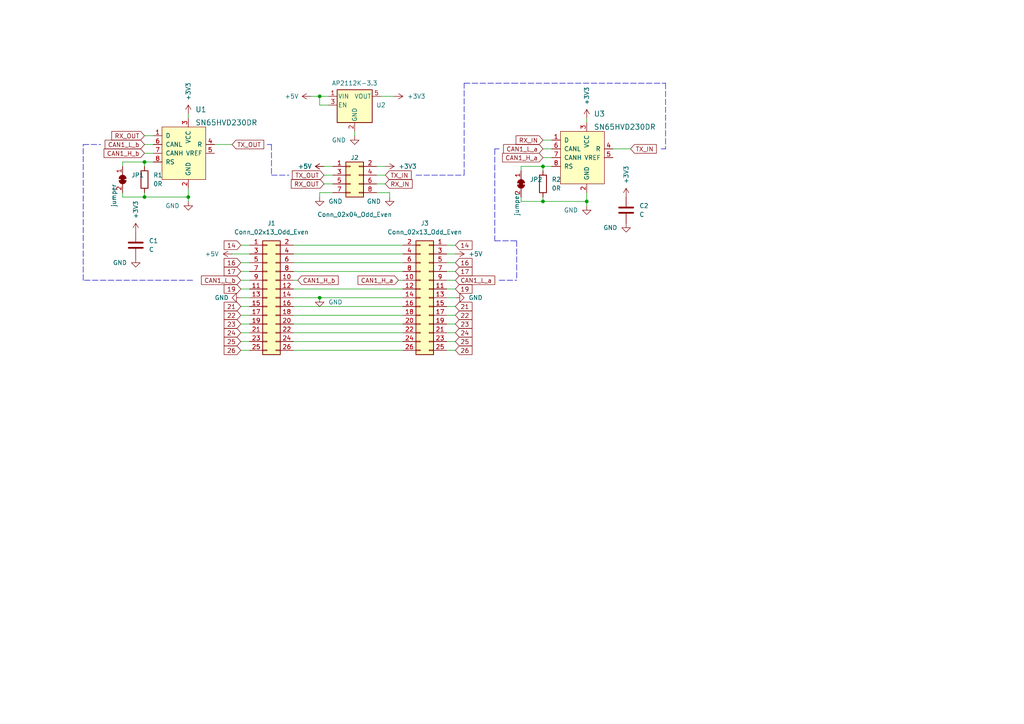
<source format=kicad_sch>
(kicad_sch (version 20211123) (generator eeschema)
  (paper "A4")
  (lib_symbols
    (symbol "Connector_Generic:Conn_02x04_Odd_Even" (pin_names (offset 1.016) hide)
      (property "Reference" "J" (at 1.27 5.08 0))
      (property "Value" "Conn_02x04_Odd_Even" (at 1.27 -7.62 0))
      (symbol "Conn_02x04_Odd_Even_1_1"
        (rectangle (start -1.27 -4.953) (end 0 -5.207) (stroke (width 0.1524)))
        (rectangle (start -1.27 -2.413) (end 0 -2.667) (stroke (width 0.1524)))
        (rectangle (start -1.27 0.127) (end 0 -0.127) (stroke (width 0.1524)))
        (rectangle (start -1.27 2.667) (end 0 2.413) (stroke (width 0.1524)))
        (rectangle (start -1.27 3.81) (end 3.81 -6.35) (stroke (width 0.254)) (fill (type background)))
        (rectangle (start 3.81 -4.953) (end 2.54 -5.207) (stroke (width 0.1524)))
        (rectangle (start 3.81 -2.413) (end 2.54 -2.667) (stroke (width 0.1524)))
        (rectangle (start 3.81 0.127) (end 2.54 -0.127) (stroke (width 0.1524)))
        (rectangle (start 3.81 2.667) (end 2.54 2.413) (stroke (width 0.1524)))
        (pin passive line (at -5.08 2.54 0) (length 3.81) (name "Pin_1") (number "1"))
        (pin passive line (at 7.62 2.54 180) (length 3.81) (name "Pin_2") (number "2"))
        (pin passive line (at -5.08 0 0) (length 3.81) (name "Pin_3") (number "3"))
        (pin passive line (at 7.62 0 180) (length 3.81) (name "Pin_4") (number "4"))
        (pin passive line (at -5.08 -2.54 0) (length 3.81) (name "Pin_5") (number "5"))
        (pin passive line (at 7.62 -2.54 180) (length 3.81) (name "Pin_6") (number "6"))
        (pin passive line (at -5.08 -5.08 0) (length 3.81) (name "Pin_7") (number "7"))
        (pin passive line (at 7.62 -5.08 180) (length 3.81) (name "Pin_8") (number "8"))
      )
    )
    (symbol "Connector_Generic:Conn_02x13_Odd_Even" (pin_names (offset 1.016) hide)
      (property "Reference" "J" (at 1.27 17.78 0))
      (property "Value" "Conn_02x13_Odd_Even" (at 1.27 -17.78 0))
      (symbol "Conn_02x13_Odd_Even_1_1"
        (rectangle (start -1.27 -15.113) (end 0 -15.367) (stroke (width 0.1524)))
        (rectangle (start -1.27 -12.573) (end 0 -12.827) (stroke (width 0.1524)))
        (rectangle (start -1.27 -10.033) (end 0 -10.287) (stroke (width 0.1524)))
        (rectangle (start -1.27 -7.493) (end 0 -7.747) (stroke (width 0.1524)))
        (rectangle (start -1.27 -4.953) (end 0 -5.207) (stroke (width 0.1524)))
        (rectangle (start -1.27 -2.413) (end 0 -2.667) (stroke (width 0.1524)))
        (rectangle (start -1.27 0.127) (end 0 -0.127) (stroke (width 0.1524)))
        (rectangle (start -1.27 2.667) (end 0 2.413) (stroke (width 0.1524)))
        (rectangle (start -1.27 5.207) (end 0 4.953) (stroke (width 0.1524)))
        (rectangle (start -1.27 7.747) (end 0 7.493) (stroke (width 0.1524)))
        (rectangle (start -1.27 10.287) (end 0 10.033) (stroke (width 0.1524)))
        (rectangle (start -1.27 12.827) (end 0 12.573) (stroke (width 0.1524)))
        (rectangle (start -1.27 15.367) (end 0 15.113) (stroke (width 0.1524)))
        (rectangle (start -1.27 16.51) (end 3.81 -16.51) (stroke (width 0.254)) (fill (type background)))
        (rectangle (start 3.81 -15.113) (end 2.54 -15.367) (stroke (width 0.1524)))
        (rectangle (start 3.81 -12.573) (end 2.54 -12.827) (stroke (width 0.1524)))
        (rectangle (start 3.81 -10.033) (end 2.54 -10.287) (stroke (width 0.1524)))
        (rectangle (start 3.81 -7.493) (end 2.54 -7.747) (stroke (width 0.1524)))
        (rectangle (start 3.81 -4.953) (end 2.54 -5.207) (stroke (width 0.1524)))
        (rectangle (start 3.81 -2.413) (end 2.54 -2.667) (stroke (width 0.1524)))
        (rectangle (start 3.81 0.127) (end 2.54 -0.127) (stroke (width 0.1524)))
        (rectangle (start 3.81 2.667) (end 2.54 2.413) (stroke (width 0.1524)))
        (rectangle (start 3.81 5.207) (end 2.54 4.953) (stroke (width 0.1524)))
        (rectangle (start 3.81 7.747) (end 2.54 7.493) (stroke (width 0.1524)))
        (rectangle (start 3.81 10.287) (end 2.54 10.033) (stroke (width 0.1524)))
        (rectangle (start 3.81 12.827) (end 2.54 12.573) (stroke (width 0.1524)))
        (rectangle (start 3.81 15.367) (end 2.54 15.113) (stroke (width 0.1524)))
        (pin passive line (at -5.08 15.24 0) (length 3.81) (name "Pin_1") (number "1"))
        (pin passive line (at 7.62 5.08 180) (length 3.81) (name "Pin_10") (number "10"))
        (pin passive line (at -5.08 2.54 0) (length 3.81) (name "Pin_11") (number "11"))
        (pin passive line (at 7.62 2.54 180) (length 3.81) (name "Pin_12") (number "12"))
        (pin passive line (at -5.08 0 0) (length 3.81) (name "Pin_13") (number "13"))
        (pin passive line (at 7.62 0 180) (length 3.81) (name "Pin_14") (number "14"))
        (pin passive line (at -5.08 -2.54 0) (length 3.81) (name "Pin_15") (number "15"))
        (pin passive line (at 7.62 -2.54 180) (length 3.81) (name "Pin_16") (number "16"))
        (pin passive line (at -5.08 -5.08 0) (length 3.81) (name "Pin_17") (number "17"))
        (pin passive line (at 7.62 -5.08 180) (length 3.81) (name "Pin_18") (number "18"))
        (pin passive line (at -5.08 -7.62 0) (length 3.81) (name "Pin_19") (number "19"))
        (pin passive line (at 7.62 15.24 180) (length 3.81) (name "Pin_2") (number "2"))
        (pin passive line (at 7.62 -7.62 180) (length 3.81) (name "Pin_20") (number "20"))
        (pin passive line (at -5.08 -10.16 0) (length 3.81) (name "Pin_21") (number "21"))
        (pin passive line (at 7.62 -10.16 180) (length 3.81) (name "Pin_22") (number "22"))
        (pin passive line (at -5.08 -12.7 0) (length 3.81) (name "Pin_23") (number "23"))
        (pin passive line (at 7.62 -12.7 180) (length 3.81) (name "Pin_24") (number "24"))
        (pin passive line (at -5.08 -15.24 0) (length 3.81) (name "Pin_25") (number "25"))
        (pin passive line (at 7.62 -15.24 180) (length 3.81) (name "Pin_26") (number "26"))
        (pin passive line (at -5.08 12.7 0) (length 3.81) (name "Pin_3") (number "3"))
        (pin passive line (at 7.62 12.7 180) (length 3.81) (name "Pin_4") (number "4"))
        (pin passive line (at -5.08 10.16 0) (length 3.81) (name "Pin_5") (number "5"))
        (pin passive line (at 7.62 10.16 180) (length 3.81) (name "Pin_6") (number "6"))
        (pin passive line (at -5.08 7.62 0) (length 3.81) (name "Pin_7") (number "7"))
        (pin passive line (at 7.62 7.62 180) (length 3.81) (name "Pin_8") (number "8"))
        (pin passive line (at -5.08 5.08 0) (length 3.81) (name "Pin_9") (number "9"))
      )
    )
    (symbol "Device:C" (pin_numbers hide) (pin_names (offset 0.254))
      (property "Reference" "C" (at 0.635 2.54 0))
      (property "Value" "C" (at 0.635 -2.54 0))
      (symbol "C_0_1"
        (polyline (pts (xy -2.032 -0.762) (xy 2.032 -0.762)) (stroke (width 0.508)))
        (polyline (pts (xy -2.032 0.762) (xy 2.032 0.762)) (stroke (width 0.508)))
      )
      (symbol "C_1_1"
        (pin passive line (at 0 3.81 270) (length 2.794) (name "~") (number "1"))
        (pin passive line (at 0 -3.81 90) (length 2.794) (name "~") (number "2"))
      )
    )
    (symbol "Device:R" (pin_numbers hide) (pin_names (offset 0))
      (property "Reference" "R" (at 2.032 0 90))
      (property "Value" "R" (at 0 0 90))
      (symbol "R_0_1"
        (rectangle (start -1.016 -2.54) (end 1.016 2.54) (stroke (width 0.254)))
      )
      (symbol "R_1_1"
        (pin passive line (at 0 3.81 270) (length 1.27) (name "~") (number "1"))
        (pin passive line (at 0 -3.81 90) (length 1.27) (name "~") (number "2"))
      )
    )
    (symbol "Jumper:SolderJumper_2_Bridged" (pin_names (offset 0) hide)
      (property "Reference" "JP" (at 0 2.032 0))
      (property "Value" "SolderJumper_2_Bridged" (at 0 -2.54 0))
      (symbol "SolderJumper_2_Bridged_0_1"
        (rectangle (start -0.508 0.508) (end 0.508 -0.508) (fill (type outline)))
        (arc (start -0.254 1.016) (mid -1.27 0) (end -0.254 -1.016))
        (arc (start -0.254 1.016) (mid -1.27 0) (end -0.254 -1.016) (fill (type outline)))
        (polyline (pts (xy -0.254 1.016) (xy -0.254 -1.016)))
        (polyline (pts (xy 0.254 1.016) (xy 0.254 -1.016)))
        (arc (start 0.254 -1.016) (mid 1.27 0) (end 0.254 1.016))
        (arc (start 0.254 -1.016) (mid 1.27 0) (end 0.254 1.016) (fill (type outline)))
      )
      (symbol "SolderJumper_2_Bridged_1_1"
        (pin passive line (at -3.81 0 0) (length 2.54) (name "A") (number "1"))
        (pin passive line (at 3.81 0 180) (length 2.54) (name "B") (number "2"))
      )
    )
    (symbol "Regulator_Linear:AP2112K-3.3" (pin_names (offset 0.254))
      (property "Reference" "U" (at -5.08 5.715 0))
      (property "Value" "AP2112K-3.3" (at 0 5.715 0))
      (symbol "AP2112K-3.3_0_1"
        (rectangle (start -5.08 4.445) (end 5.08 -5.08) (stroke (width 0.254)) (fill (type background)))
      )
      (symbol "AP2112K-3.3_1_1"
        (pin power_in line (at -7.62 2.54 0) (length 2.54) (name "VIN") (number "1"))
        (pin power_in line (at 0 -7.62 90) (length 2.54) (name "GND") (number "2"))
        (pin input line (at -7.62 0 0) (length 2.54) (name "EN") (number "3"))
        (pin no_connect line (at 5.08 0 180) (length 2.54) hide (name "NC") (number "4"))
        (pin power_out line (at 7.62 2.54 180) (length 2.54) (name "VOUT") (number "5"))
      )
    )
    (symbol "dk_Interface-Drivers-Receivers-Transceivers:SN65HVD230DR" (pin_names (offset 1.016))
      (property "Reference" "U" (at -2.54 1.27 0))
      (property "Value" "SN65HVD230DR" (at 5.08 -17.78 0))
      (symbol "SN65HVD230DR_0_1"
        (rectangle (start -5.08 0) (end 7.62 -15.24) (fill (type background)))
      )
      (symbol "SN65HVD230DR_1_1"
        (pin input line (at -7.62 -2.54 0) (length 2.54) (name "D") (number "1"))
        (pin power_in line (at 2.54 -17.78 90) (length 2.54) (name "GND") (number "2"))
        (pin power_in line (at 2.54 2.54 270) (length 2.54) (name "VCC") (number "3"))
        (pin output line (at 10.16 -5.08 180) (length 2.54) (name "R") (number "4"))
        (pin output line (at 10.16 -7.62 180) (length 2.54) (name "VREF") (number "5"))
        (pin bidirectional line (at -7.62 -5.08 0) (length 2.54) (name "CANL") (number "6"))
        (pin bidirectional line (at -7.62 -7.62 0) (length 2.54) (name "CANH") (number "7"))
        (pin input line (at -7.62 -10.16 0) (length 2.54) (name "RS") (number "8"))
      )
    )
    (symbol "power:+3V3" (power) (pin_names (offset 0))
      (property "Value" "+3V3" (at 0 3.556 0))
      (symbol "+3V3_0_1"
        (polyline (pts (xy -0.762 1.27) (xy 0 2.54)))
        (polyline (pts (xy 0 0) (xy 0 2.54)))
        (polyline (pts (xy 0 2.54) (xy 0.762 1.27)))
      )
      (symbol "+3V3_1_1"
        (pin power_in line (at 0 0 90) (length 0) hide (name "+3V3") (number "1"))
      )
    )
    (symbol "power:+5V" (power) (pin_names (offset 0))
      (property "Value" "+5V" (at 0 3.556 0))
      (symbol "+5V_0_1"
        (polyline (pts (xy -0.762 1.27) (xy 0 2.54)))
        (polyline (pts (xy 0 0) (xy 0 2.54)))
        (polyline (pts (xy 0 2.54) (xy 0.762 1.27)))
      )
      (symbol "+5V_1_1"
        (pin power_in line (at 0 0 90) (length 0) hide (name "+5V") (number "1"))
      )
    )
    (symbol "power:GND" (power) (pin_names (offset 0))
      (property "Value" "GND" (at 0 -3.81 0))
      (symbol "GND_0_1"
        (polyline (pts (xy 0 0) (xy 0 -1.27) (xy 1.27 -1.27) (xy 0 -2.54) (xy -1.27 -1.27) (xy 0 -1.27)))
      )
      (symbol "GND_1_1"
        (pin power_in line (at 0 0 270) (length 0) hide (name "GND") (number "1"))
      )
    )
  )
  (junction (at 54.61 57.15))
  (junction (at 41.91 46.99))
  (junction (at 157.48 58.42))
  (junction (at 41.91 57.15))
  (junction (at 92.71 86.36))
  (junction (at 157.48 48.26))
  (junction (at 170.18 58.42))
  (junction (at 92.71 27.94))
  (wire (pts (xy 41.91 41.91) (xy 44.45 41.91)))
  (wire (pts (xy 54.61 57.15) (xy 54.61 58.42)))
  (wire (pts (xy 111.76 50.8) (xy 109.22 50.8)))
  (wire (pts (xy 92.71 86.36) (xy 116.84 86.36)))
  (wire (pts (xy 69.85 76.2) (xy 72.39 76.2)))
  (wire (pts (xy 132.08 101.6) (xy 129.54 101.6)))
  (wire (pts (xy 67.31 73.66) (xy 72.39 73.66)))
  (wire (pts (xy 113.03 57.15) (xy 113.03 55.88)))
  (wire (pts (xy 157.48 58.42) (xy 170.18 58.42)))
  (wire (pts (xy 177.8 43.18) (xy 182.88 43.18)))
  (wire (pts (xy 157.48 45.72) (xy 160.02 45.72)))
  (wire (pts (xy 132.08 81.28) (xy 129.54 81.28)))
  (wire (pts (xy 92.71 27.94) (xy 92.71 30.48)))
  (polyline (pts (xy 191.77 43.18) (xy 193.04 43.18)))
  (wire (pts (xy 110.49 27.94) (xy 114.3 27.94)))
  (polyline (pts (xy 193.04 24.13) (xy 193.04 43.18)))
  (wire (pts (xy 132.08 71.12) (xy 129.54 71.12)))
  (polyline (pts (xy 148.59 24.13) (xy 193.04 24.13)))
  (wire (pts (xy 111.76 48.26) (xy 109.22 48.26)))
  (wire (pts (xy 92.71 55.88) (xy 96.52 55.88)))
  (wire (pts (xy 41.91 44.45) (xy 44.45 44.45)))
  (polyline (pts (xy 144.78 81.28) (xy 149.86 81.28)))
  (wire (pts (xy 35.56 55.88) (xy 35.56 57.15)))
  (wire (pts (xy 102.87 38.1) (xy 102.87 39.37)))
  (wire (pts (xy 85.09 78.74) (xy 116.84 78.74)))
  (wire (pts (xy 170.18 58.42) (xy 170.18 59.69)))
  (wire (pts (xy 92.71 27.94) (xy 95.25 27.94)))
  (wire (pts (xy 115.57 81.28) (xy 116.84 81.28)))
  (wire (pts (xy 69.85 93.98) (xy 72.39 93.98)))
  (polyline (pts (xy 149.86 69.85) (xy 149.86 81.28)))
  (wire (pts (xy 151.13 48.26) (xy 151.13 49.53)))
  (wire (pts (xy 132.08 93.98) (xy 129.54 93.98)))
  (polyline (pts (xy 77.47 41.91) (xy 78.74 41.91)))
  (wire (pts (xy 93.98 53.34) (xy 96.52 53.34)))
  (polyline (pts (xy 55.88 81.28) (xy 24.13 81.28)))
  (wire (pts (xy 151.13 57.15) (xy 151.13 58.42)))
  (wire (pts (xy 85.09 91.44) (xy 116.84 91.44)))
  (polyline (pts (xy 134.62 50.8) (xy 134.62 24.13)))
  (wire (pts (xy 69.85 88.9) (xy 72.39 88.9)))
  (polyline (pts (xy 78.74 41.91) (xy 78.74 50.8)))
  (wire (pts (xy 132.08 83.82) (xy 129.54 83.82)))
  (wire (pts (xy 85.09 88.9) (xy 116.84 88.9)))
  (wire (pts (xy 157.48 40.64) (xy 160.02 40.64)))
  (wire (pts (xy 157.48 48.26) (xy 157.48 49.53)))
  (wire (pts (xy 69.85 91.44) (xy 72.39 91.44)))
  (polyline (pts (xy 144.78 43.18) (xy 143.51 43.18)))
  (polyline (pts (xy 134.62 24.13) (xy 148.59 24.13)))
  (wire (pts (xy 170.18 55.88) (xy 170.18 58.42)))
  (wire (pts (xy 157.48 57.15) (xy 157.48 58.42)))
  (wire (pts (xy 170.18 35.56) (xy 170.18 34.29)))
  (polyline (pts (xy 24.13 81.28) (xy 24.13 41.91)))
  (wire (pts (xy 69.85 99.06) (xy 72.39 99.06)))
  (wire (pts (xy 69.85 78.74) (xy 72.39 78.74)))
  (wire (pts (xy 69.85 71.12) (xy 72.39 71.12)))
  (polyline (pts (xy 24.13 41.91) (xy 29.21 41.91)))
  (wire (pts (xy 85.09 83.82) (xy 116.84 83.82)))
  (wire (pts (xy 132.08 73.66) (xy 129.54 73.66)))
  (wire (pts (xy 62.23 41.91) (xy 67.31 41.91)))
  (polyline (pts (xy 120.65 50.8) (xy 134.62 50.8)))
  (wire (pts (xy 69.85 101.6) (xy 72.39 101.6)))
  (wire (pts (xy 157.48 43.18) (xy 160.02 43.18)))
  (wire (pts (xy 92.71 30.48) (xy 95.25 30.48)))
  (wire (pts (xy 132.08 76.2) (xy 129.54 76.2)))
  (wire (pts (xy 41.91 57.15) (xy 54.61 57.15)))
  (wire (pts (xy 132.08 78.74) (xy 129.54 78.74)))
  (wire (pts (xy 85.09 73.66) (xy 116.84 73.66)))
  (wire (pts (xy 85.09 96.52) (xy 116.84 96.52)))
  (wire (pts (xy 132.08 99.06) (xy 129.54 99.06)))
  (wire (pts (xy 69.85 86.36) (xy 72.39 86.36)))
  (wire (pts (xy 35.56 46.99) (xy 35.56 48.26)))
  (polyline (pts (xy 78.74 50.8) (xy 83.82 50.8)))
  (wire (pts (xy 85.09 99.06) (xy 116.84 99.06)))
  (wire (pts (xy 41.91 46.99) (xy 41.91 48.26)))
  (wire (pts (xy 151.13 48.26) (xy 157.48 48.26)))
  (wire (pts (xy 54.61 34.29) (xy 54.61 33.02)))
  (wire (pts (xy 132.08 91.44) (xy 129.54 91.44)))
  (wire (pts (xy 85.09 71.12) (xy 116.84 71.12)))
  (wire (pts (xy 111.76 53.34) (xy 109.22 53.34)))
  (wire (pts (xy 160.02 48.26) (xy 157.48 48.26)))
  (wire (pts (xy 92.71 57.15) (xy 92.71 55.88)))
  (wire (pts (xy 44.45 46.99) (xy 41.91 46.99)))
  (wire (pts (xy 41.91 39.37) (xy 44.45 39.37)))
  (wire (pts (xy 93.98 48.26) (xy 96.52 48.26)))
  (wire (pts (xy 85.09 101.6) (xy 116.84 101.6)))
  (wire (pts (xy 54.61 54.61) (xy 54.61 57.15)))
  (wire (pts (xy 113.03 55.88) (xy 109.22 55.88)))
  (wire (pts (xy 41.91 46.99) (xy 35.56 46.99)))
  (wire (pts (xy 69.85 96.52) (xy 72.39 96.52)))
  (wire (pts (xy 35.56 57.15) (xy 41.91 57.15)))
  (wire (pts (xy 41.91 55.88) (xy 41.91 57.15)))
  (wire (pts (xy 85.09 76.2) (xy 116.84 76.2)))
  (wire (pts (xy 85.09 93.98) (xy 116.84 93.98)))
  (wire (pts (xy 85.09 81.28) (xy 86.36 81.28)))
  (wire (pts (xy 85.09 86.36) (xy 92.71 86.36)))
  (wire (pts (xy 69.85 83.82) (xy 72.39 83.82)))
  (wire (pts (xy 93.98 50.8) (xy 96.52 50.8)))
  (wire (pts (xy 132.08 96.52) (xy 129.54 96.52)))
  (polyline (pts (xy 143.51 69.85) (xy 149.86 69.85)))
  (wire (pts (xy 69.85 81.28) (xy 72.39 81.28)))
  (wire (pts (xy 151.13 58.42) (xy 157.48 58.42)))
  (wire (pts (xy 132.08 86.36) (xy 129.54 86.36)))
  (wire (pts (xy 132.08 88.9) (xy 129.54 88.9)))
  (wire (pts (xy 90.17 27.94) (xy 92.71 27.94)))
  (polyline (pts (xy 143.51 43.18) (xy 143.51 69.85)))
  (global_label "26" (shape input) (at 69.85 101.6 180) (property "Intersheet References" "${INTERSHEET_REFS}" (effects hide)))
  (global_label "TX_OUT" (shape input) (at 67.31 41.91 0) (property "Intersheet References" "${INTERSHEET_REFS}" (effects hide)))
  (global_label "CAN1_H_b" (shape input) (at 41.91 44.45 180) (property "Intersheet References" "${INTERSHEET_REFS}" (effects hide)))
  (global_label "25" (shape input) (at 69.85 99.06 180) (property "Intersheet References" "${INTERSHEET_REFS}" (effects hide)))
  (global_label "RX_IN" (shape input) (at 157.48 40.64 180) (property "Intersheet References" "${INTERSHEET_REFS}" (effects hide)))
  (global_label "16" (shape input) (at 132.08 76.2 0) (property "Intersheet References" "${INTERSHEET_REFS}" (effects hide)))
  (global_label "TX_IN" (shape input) (at 111.76 50.8 0) (property "Intersheet References" "${INTERSHEET_REFS}" (effects hide)))
  (global_label "CAN1_L_a" (shape input) (at 132.08 81.28 0) (property "Intersheet References" "${INTERSHEET_REFS}" (effects hide)))
  (global_label "CAN1_H_a" (shape input) (at 115.57 81.28 180) (property "Intersheet References" "${INTERSHEET_REFS}" (effects hide)))
  (global_label "CAN1_L_a" (shape input) (at 157.48 43.18 180) (property "Intersheet References" "${INTERSHEET_REFS}" (effects hide)))
  (global_label "TX_OUT" (shape input) (at 93.98 50.8 180) (property "Intersheet References" "${INTERSHEET_REFS}" (effects hide)))
  (global_label "CAN1_H_a" (shape input) (at 157.48 45.72 180) (property "Intersheet References" "${INTERSHEET_REFS}" (effects hide)))
  (global_label "19" (shape input) (at 69.85 83.82 180) (property "Intersheet References" "${INTERSHEET_REFS}" (effects hide)))
  (global_label "17" (shape input) (at 69.85 78.74 180) (property "Intersheet References" "${INTERSHEET_REFS}" (effects hide)))
  (global_label "CAN1_L_b" (shape input) (at 69.85 81.28 180) (property "Intersheet References" "${INTERSHEET_REFS}" (effects hide)))
  (global_label "25" (shape input) (at 132.08 99.06 0) (property "Intersheet References" "${INTERSHEET_REFS}" (effects hide)))
  (global_label "19" (shape input) (at 132.08 83.82 0) (property "Intersheet References" "${INTERSHEET_REFS}" (effects hide)))
  (global_label "24" (shape input) (at 132.08 96.52 0) (property "Intersheet References" "${INTERSHEET_REFS}" (effects hide)))
  (global_label "16" (shape input) (at 69.85 76.2 180) (property "Intersheet References" "${INTERSHEET_REFS}" (effects hide)))
  (global_label "21" (shape input) (at 69.85 88.9 180) (property "Intersheet References" "${INTERSHEET_REFS}" (effects hide)))
  (global_label "22" (shape input) (at 132.08 91.44 0) (property "Intersheet References" "${INTERSHEET_REFS}" (effects hide)))
  (global_label "TX_IN" (shape input) (at 182.88 43.18 0) (property "Intersheet References" "${INTERSHEET_REFS}" (effects hide)))
  (global_label "21" (shape input) (at 132.08 88.9 0) (property "Intersheet References" "${INTERSHEET_REFS}" (effects hide)))
  (global_label "24" (shape input) (at 69.85 96.52 180) (property "Intersheet References" "${INTERSHEET_REFS}" (effects hide)))
  (global_label "CAN1_H_b" (shape input) (at 86.36 81.28 0) (property "Intersheet References" "${INTERSHEET_REFS}" (effects hide)))
  (global_label "23" (shape input) (at 132.08 93.98 0) (property "Intersheet References" "${INTERSHEET_REFS}" (effects hide)))
  (global_label "23" (shape input) (at 69.85 93.98 180) (property "Intersheet References" "${INTERSHEET_REFS}" (effects hide)))
  (global_label "RX_OUT" (shape input) (at 93.98 53.34 180) (property "Intersheet References" "${INTERSHEET_REFS}" (effects hide)))
  (global_label "RX_OUT" (shape input) (at 41.91 39.37 180) (property "Intersheet References" "${INTERSHEET_REFS}" (effects hide)))
  (global_label "17" (shape input) (at 132.08 78.74 0) (property "Intersheet References" "${INTERSHEET_REFS}" (effects hide)))
  (global_label "22" (shape input) (at 69.85 91.44 180) (property "Intersheet References" "${INTERSHEET_REFS}" (effects hide)))
  (global_label "14" (shape input) (at 132.08 71.12 0) (property "Intersheet References" "${INTERSHEET_REFS}" (effects hide)))
  (global_label "14" (shape input) (at 69.85 71.12 180) (property "Intersheet References" "${INTERSHEET_REFS}" (effects hide)))
  (global_label "CAN1_L_b" (shape input) (at 41.91 41.91 180) (property "Intersheet References" "${INTERSHEET_REFS}" (effects hide)))
  (global_label "26" (shape input) (at 132.08 101.6 0) (property "Intersheet References" "${INTERSHEET_REFS}" (effects hide)))
  (global_label "RX_IN" (shape input) (at 111.76 53.34 0) (property "Intersheet References" "${INTERSHEET_REFS}" (effects hide)))
  (symbol (lib_id "Device:C") (at 181.61 60.96 0) (unit 1)
    (property "Reference" "C2" (at 185.42 59.6899 0) (effects (justify left)))
    (property "Value" "C" (at 185.42 62.2299 0) (effects (justify left)))
    (property "Footprint" "Capacitor_SMD:C_0603_1608Metric_Pad1.08x0.95mm_HandSolder" (effects hide))
  )
  (symbol (lib_id "power:+3V3") (at 170.18 34.29 0) (unit 1)
    (property "Reference" "#PWR0103" (effects hide))
    (property "Value" "+3V3" (at 170.1799 30.48 90) (effects (justify left)))
  )
  (symbol (lib_id "Device:C") (at 39.37 71.12 0) (unit 1)
    (property "Reference" "C1" (at 43.18 69.8499 0) (effects (justify left)))
    (property "Value" "C" (at 43.18 72.3899 0) (effects (justify left)))
    (property "Footprint" "Capacitor_SMD:C_0603_1608Metric_Pad1.08x0.95mm_HandSolder" (effects hide))
  )
  (symbol (lib_id "power:+3V3") (at 54.61 33.02 0) (unit 1)
    (property "Reference" "#PWR0109" (effects hide))
    (property "Value" "+3V3" (at 54.6099 29.21 90) (effects (justify left)))
  )
  (symbol (lib_id "power:GND") (at 92.71 86.36 0) (unit 1)
    (property "Reference" "#PWR0105" (effects hide))
    (property "Value" "GND" (at 95.25 87.6299 0) (effects (justify left)))
  )
  (symbol (lib_id "dk_Interface-Drivers-Receivers-Transceivers:SN65HVD230DR") (at 167.64 38.1 0) (unit 1)
    (property "Reference" "U3" (at 172.1994 33.02 0) (effects (font (size 1.524 1.524)) (justify left)))
    (property "Value" "SN65HVD230DR" (at 172.1994 36.83 0) (effects (font (size 1.524 1.524)) (justify left)))
    (property "Footprint" "Package_SO:SOIC-8_3.9x4.9mm_P1.27mm" (effects hide))
    (property "Datasheet" "http://www.ti.com/general/docs/suppproductinfo.tsp?distId=10&gotoUrl=http%3A%2F%2Fwww.ti.com%2Flit%2Fgpn%2Fsn65hvd230" (effects hide))
    (property "Digi-Key_PN" "296-11654-1-ND" (effects hide))
    (property "MPN" "SN65HVD230DR" (effects hide))
    (property "Category" "Integrated Circuits (ICs)" (effects hide))
    (property "Family" "Interface - Drivers, Receivers, Transceivers" (effects hide))
    (property "DK_Datasheet_Link" "http://www.ti.com/general/docs/suppproductinfo.tsp?distId=10&gotoUrl=http%3A%2F%2Fwww.ti.com%2Flit%2Fgpn%2Fsn65hvd230" (effects hide))
    (property "DK_Detail_Page" "/product-detail/en/texas-instruments/SN65HVD230DR/296-11654-1-ND/404366" (effects hide))
    (property "Description" "IC TXRX CAN 1MBPS 3.3V 8SOIC" (effects hide))
    (property "Manufacturer" "Texas Instruments" (effects hide))
    (property "Status" "Active" (effects hide))
  )
  (symbol (lib_id "power:+5V") (at 67.31 73.66 90) (unit 1)
    (property "Reference" "#PWR0106" (effects hide))
    (property "Value" "+5V" (at 63.5 73.6599 90) (effects (justify left)))
  )
  (symbol (lib_id "power:GND") (at 132.08 86.36 90) (unit 1)
    (property "Reference" "#PWR0101" (effects hide))
    (property "Value" "GND" (at 135.89 86.3599 90) (effects (justify right)))
  )
  (symbol (lib_id "power:GND") (at 170.18 59.69 0) (mirror y) (unit 1)
    (property "Reference" "#PWR0104" (effects hide))
    (property "Value" "GND" (at 167.64 60.9599 0) (effects (justify left)))
  )
  (symbol (lib_id "Device:R") (at 157.48 53.34 0) (unit 1)
    (property "Reference" "R2" (at 160.02 52.0699 0) (effects (justify left)))
    (property "Value" "0R" (at 160.02 54.6099 0) (effects (justify left)))
    (property "Footprint" "Resistor_SMD:R_0603_1608Metric_Pad0.98x0.95mm_HandSolder" (effects hide))
  )
  (symbol (lib_id "power:+5V") (at 93.98 48.26 90) (unit 1)
    (property "Reference" "#PWR0116" (effects hide))
    (property "Value" "+5V" (at 86.36 48.26 90) (effects (justify right)))
  )
  (symbol (lib_id "Connector_Generic:Conn_02x13_Odd_Even") (at 77.47 86.36 0) (unit 1)
    (property "Reference" "J1" (at 78.74 64.77 0))
    (property "Value" "Conn_02x13_Odd_Even" (at 78.74 67.31 0))
    (property "Footprint" "Connector_IDC:IDC-Header_2x13_P2.54mm_Vertical" (effects hide))
  )
  (symbol (lib_id "power:+5V") (at 132.08 73.66 270) (unit 1)
    (property "Reference" "#PWR0102" (effects hide))
    (property "Value" "+5V" (at 135.89 73.6599 90) (effects (justify left)))
  )
  (symbol (lib_id "Connector_Generic:Conn_02x13_Odd_Even") (at 124.46 86.36 0) (mirror y) (unit 1)
    (property "Reference" "J3" (at 123.19 64.77 0))
    (property "Value" "Conn_02x13_Odd_Even" (at 123.19 67.31 0))
    (property "Footprint" "Connector_IDC:IDC-Header_2x13_P2.54mm_Vertical" (effects hide))
  )
  (symbol (lib_id "power:GND") (at 39.37 74.93 0) (mirror y) (unit 1)
    (property "Reference" "#PWR0118" (effects hide))
    (property "Value" "GND" (at 36.83 76.1999 0) (effects (justify left)))
  )
  (symbol (lib_id "power:+3V3") (at 39.37 67.31 0) (unit 1)
    (property "Reference" "#PWR0119" (effects hide))
    (property "Value" "+3V3" (at 39.3699 63.5 90) (effects (justify left)))
  )
  (symbol (lib_id "Regulator_Linear:AP2112K-3.3") (at 102.87 30.48 0) (unit 1)
    (property "Reference" "U2" (at 110.49 30.48 0))
    (property "Value" "AP2112K-3.3" (at 102.87 24.13 0))
    (property "Footprint" "Package_TO_SOT_SMD:SOT-23-5" (effects hide))
    (property "Datasheet" "https://www.diodes.com/assets/Datasheets/AP2112.pdf" (effects hide))
  )
  (symbol (lib_id "power:+3V3") (at 181.61 57.15 0) (unit 1)
    (property "Reference" "#PWR0120" (effects hide))
    (property "Value" "+3V3" (at 181.6099 53.34 90) (effects (justify left)))
  )
  (symbol (lib_id "power:GND") (at 102.87 39.37 0) (mirror y) (unit 1)
    (property "Reference" "#PWR0117" (effects hide))
    (property "Value" "GND" (at 100.33 40.6399 0) (effects (justify left)))
  )
  (symbol (lib_id "Device:R") (at 41.91 52.07 0) (unit 1)
    (property "Reference" "R1" (at 44.45 50.7999 0) (effects (justify left)))
    (property "Value" "0R" (at 44.45 53.3399 0) (effects (justify left)))
    (property "Footprint" "Resistor_SMD:R_0603_1608Metric_Pad0.98x0.95mm_HandSolder" (effects hide))
  )
  (symbol (lib_id "Jumper:SolderJumper_2_Bridged") (at 35.56 52.07 270) (unit 1)
    (property "Reference" "JP1" (at 38.1 50.7999 90) (effects (justify left)))
    (property "Value" "jumper" (at 33.02 53.34 0) (effects (justify left)))
    (property "Footprint" "Jumper:SolderJumper-2_P1.3mm_Bridged_RoundedPad1.0x1.5mm" (effects hide))
  )
  (symbol (lib_id "dk_Interface-Drivers-Receivers-Transceivers:SN65HVD230DR") (at 52.07 36.83 0) (unit 1)
    (property "Reference" "U1" (at 56.6294 31.75 0) (effects (font (size 1.524 1.524)) (justify left)))
    (property "Value" "SN65HVD230DR" (at 56.6294 35.56 0) (effects (font (size 1.524 1.524)) (justify left)))
    (property "Footprint" "Package_SO:SOIC-8_3.9x4.9mm_P1.27mm" (effects hide))
    (property "Datasheet" "http://www.ti.com/general/docs/suppproductinfo.tsp?distId=10&gotoUrl=http%3A%2F%2Fwww.ti.com%2Flit%2Fgpn%2Fsn65hvd230" (effects hide))
    (property "Digi-Key_PN" "296-11654-1-ND" (effects hide))
    (property "MPN" "SN65HVD230DR" (effects hide))
    (property "Category" "Integrated Circuits (ICs)" (effects hide))
    (property "Family" "Interface - Drivers, Receivers, Transceivers" (effects hide))
    (property "DK_Datasheet_Link" "http://www.ti.com/general/docs/suppproductinfo.tsp?distId=10&gotoUrl=http%3A%2F%2Fwww.ti.com%2Flit%2Fgpn%2Fsn65hvd230" (effects hide))
    (property "DK_Detail_Page" "/product-detail/en/texas-instruments/SN65HVD230DR/296-11654-1-ND/404366" (effects hide))
    (property "Description" "IC TXRX CAN 1MBPS 3.3V 8SOIC" (effects hide))
    (property "Manufacturer" "Texas Instruments" (effects hide))
    (property "Status" "Active" (effects hide))
  )
  (symbol (lib_id "power:GND") (at 54.61 58.42 0) (mirror y) (unit 1)
    (property "Reference" "#PWR0108" (effects hide))
    (property "Value" "GND" (at 52.07 59.6899 0) (effects (justify left)))
  )
  (symbol (lib_id "power:+5V") (at 90.17 27.94 90) (unit 1)
    (property "Reference" "#PWR0110" (effects hide))
    (property "Value" "+5V" (at 82.55 27.94 90) (effects (justify right)))
  )
  (symbol (lib_id "power:+3V3") (at 111.76 48.26 270) (unit 1)
    (property "Reference" "#PWR0114" (effects hide))
    (property "Value" "+3V3" (at 115.57 48.2599 90) (effects (justify left)))
  )
  (symbol (lib_id "Jumper:SolderJumper_2_Bridged") (at 151.13 53.34 270) (unit 1)
    (property "Reference" "JP2" (at 153.67 52.0699 90) (effects (justify left)))
    (property "Value" "jumper" (at 149.86 55.88 0) (effects (justify left)))
    (property "Footprint" "Jumper:SolderJumper-2_P1.3mm_Bridged_RoundedPad1.0x1.5mm" (effects hide))
  )
  (symbol (lib_id "power:GND") (at 92.71 57.15 0) (unit 1)
    (property "Reference" "#PWR0112" (effects hide))
    (property "Value" "GND" (at 95.25 58.4199 0) (effects (justify left)))
  )
  (symbol (lib_id "Connector_Generic:Conn_02x04_Odd_Even") (at 101.6 50.8 0) (unit 1)
    (property "Reference" "J2" (at 102.87 45.72 0))
    (property "Value" "Conn_02x04_Odd_Even" (at 102.87 62.23 0))
    (property "Footprint" "Connector_PinHeader_2.54mm:PinHeader_2x04_P2.54mm_Vertical" (effects hide))
  )
  (symbol (lib_id "power:+5V") (at 93.98 48.26 90) (unit 1)
    (property "Reference" "#PWR0115" (effects hide))
    (property "Value" "+5V" (at 86.36 48.26 90) (effects (justify right)))
  )
  (symbol (lib_id "power:+3V3") (at 114.3 27.94 270) (unit 1)
    (property "Reference" "#PWR0113" (effects hide))
    (property "Value" "+3V3" (at 118.11 27.9399 90) (effects (justify left)))
  )
  (symbol (lib_id "power:GND") (at 181.61 64.77 0) (mirror y) (unit 1)
    (property "Reference" "#PWR0121" (effects hide))
    (property "Value" "GND" (at 179.07 66.0399 0) (effects (justify left)))
  )
  (symbol (lib_id "power:GND") (at 113.03 57.15 0) (mirror y) (unit 1)
    (property "Reference" "#PWR0111" (effects hide))
    (property "Value" "GND" (at 110.49 58.4199 0) (effects (justify left)))
  )
  (symbol (lib_id "power:GND") (at 69.85 86.36 270) (unit 1)
    (property "Reference" "#PWR0107" (effects hide))
    (property "Value" "GND" (at 62.23 86.36 90) (effects (justify left)))
  )
)
</source>
